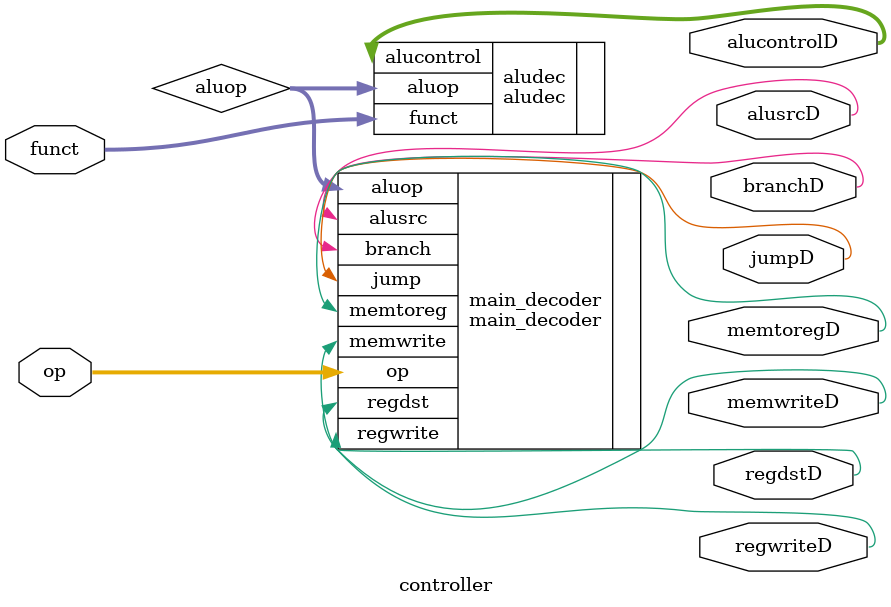
<source format=v>
`timescale 1ns / 1ps

module controller(input [5:0] op,
                  input [5:0] funct,
                  output memtoregD,
                  output memwriteD,
                  output alusrcD,
                  output regdstD,
                  output regwriteD,
                  output branchD,
                  output [2:0]alucontrolD,
                  output jumpD);

wire [1:0]aluop;

main_decoder main_decoder(
    .op(op),

    .regdst(regdstD),
    .regwrite(regwriteD),
    .alusrc(alusrcD),
    .memwrite(memwriteD),
    .memtoreg(memtoregD),
    .branch(branchD),
    .jump(jumpD),
    .aluop(aluop)
);

aludec aludec(
    .funct(funct),
    .aluop(aluop),
    .alucontrol(alucontrolD)
);

endmodule

</source>
